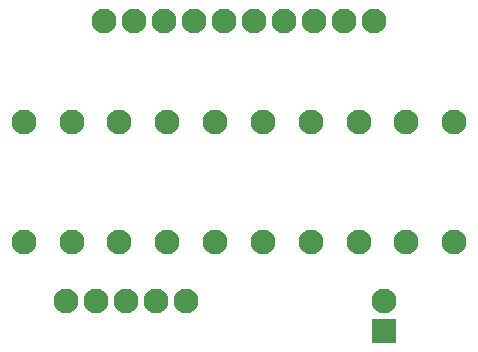
<source format=gbr>
%TF.GenerationSoftware,KiCad,Pcbnew,8.0.3*%
%TF.CreationDate,2024-07-19T22:27:01-04:00*%
%TF.ProjectId,DCPPowerBoard,44435050-6f77-4657-9242-6f6172642e6b,rev?*%
%TF.SameCoordinates,Original*%
%TF.FileFunction,Soldermask,Top*%
%TF.FilePolarity,Negative*%
%FSLAX46Y46*%
G04 Gerber Fmt 4.6, Leading zero omitted, Abs format (unit mm)*
G04 Created by KiCad (PCBNEW 8.0.3) date 2024-07-19 22:27:01*
%MOMM*%
%LPD*%
G01*
G04 APERTURE LIST*
%ADD10C,2.100000*%
%ADD11R,2.100000X2.100000*%
G04 APERTURE END LIST*
D10*
%TO.C,R18*%
X106870000Y-54090000D03*
X106870000Y-64250000D03*
%TD*%
%TO.C,R20*%
X98770000Y-54090000D03*
X98770000Y-64250000D03*
%TD*%
D11*
%TO.C,J7*%
X104962339Y-71800000D03*
D10*
X104962339Y-69260000D03*
%TD*%
%TO.C,J2*%
X88212339Y-69250000D03*
X85672339Y-69250000D03*
X83132339Y-69250000D03*
X80592339Y-69250000D03*
X78052339Y-69250000D03*
%TD*%
%TO.C,J1*%
X104120000Y-45500000D03*
X101580000Y-45500000D03*
X99040000Y-45500000D03*
X96500000Y-45500000D03*
X93960000Y-45500000D03*
X91420000Y-45500000D03*
X88880000Y-45500000D03*
X86340000Y-45500000D03*
X83800000Y-45500000D03*
X81260000Y-45500000D03*
%TD*%
%TO.C,R21*%
X94720000Y-54090000D03*
X94720000Y-64250000D03*
%TD*%
%TO.C,R22*%
X90670000Y-54090000D03*
X90670000Y-64250000D03*
%TD*%
%TO.C,R26*%
X74470000Y-54090000D03*
X74470000Y-64250000D03*
%TD*%
%TO.C,R17*%
X110920000Y-54090000D03*
X110920000Y-64250000D03*
%TD*%
%TO.C,R24*%
X82570000Y-54090000D03*
X82570000Y-64250000D03*
%TD*%
%TO.C,R19*%
X102820000Y-54090000D03*
X102820000Y-64250000D03*
%TD*%
%TO.C,R23*%
X86620000Y-54090000D03*
X86620000Y-64250000D03*
%TD*%
%TO.C,R25*%
X78520000Y-54090000D03*
X78520000Y-64250000D03*
%TD*%
M02*

</source>
